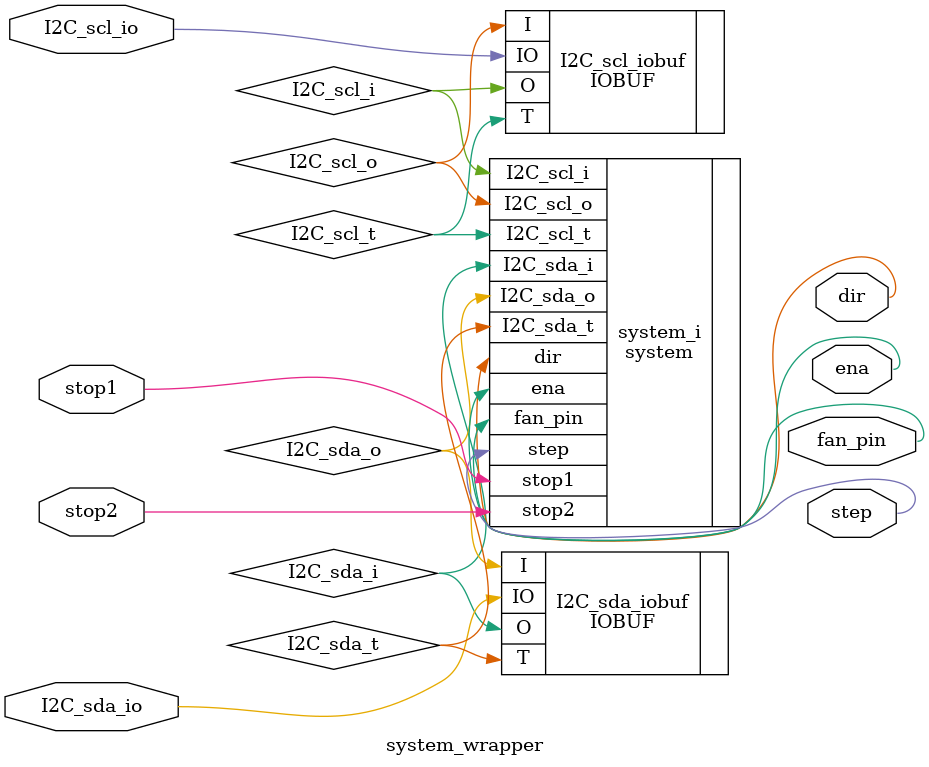
<source format=v>
`timescale 1 ps / 1 ps

module system_wrapper
   (I2C_scl_io,
    I2C_sda_io,
    dir,
    ena,
    fan_pin,
    step,
    stop1,
    stop2);
  inout I2C_scl_io;
  inout I2C_sda_io;
  output dir;
  output ena;
  output fan_pin;
  output step;
  input stop1;
  input stop2;

  wire I2C_scl_i;
  wire I2C_scl_io;
  wire I2C_scl_o;
  wire I2C_scl_t;
  wire I2C_sda_i;
  wire I2C_sda_io;
  wire I2C_sda_o;
  wire I2C_sda_t;
  wire dir;
  wire ena;
  wire fan_pin;
  wire step;
  wire stop1;
  wire stop2;

  IOBUF I2C_scl_iobuf
       (.I(I2C_scl_o),
        .IO(I2C_scl_io),
        .O(I2C_scl_i),
        .T(I2C_scl_t));
  IOBUF I2C_sda_iobuf
       (.I(I2C_sda_o),
        .IO(I2C_sda_io),
        .O(I2C_sda_i),
        .T(I2C_sda_t));
  system system_i
       (.I2C_scl_i(I2C_scl_i),
        .I2C_scl_o(I2C_scl_o),
        .I2C_scl_t(I2C_scl_t),
        .I2C_sda_i(I2C_sda_i),
        .I2C_sda_o(I2C_sda_o),
        .I2C_sda_t(I2C_sda_t),
        .dir(dir),
        .ena(ena),
        .fan_pin(fan_pin),
        .step(step),
        .stop1(stop1),
        .stop2(stop2));
endmodule

</source>
